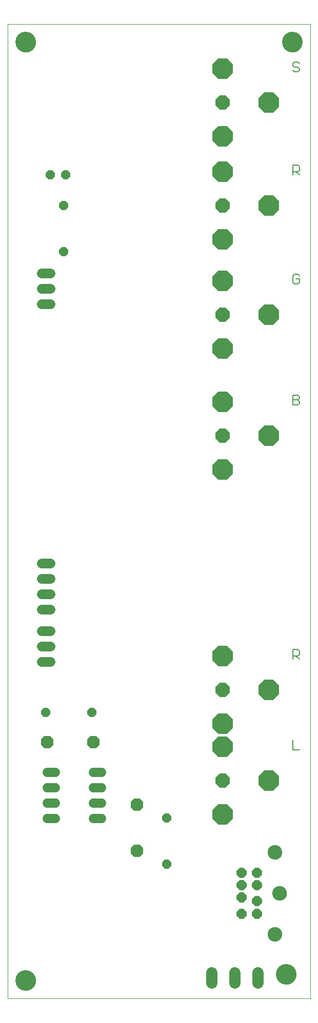
<source format=gbs>
G75*
%MOIN*%
%OFA0B0*%
%FSLAX25Y25*%
%IPPOS*%
%LPD*%
%AMOC8*
5,1,8,0,0,1.08239X$1,22.5*
%
%ADD10C,0.00000*%
%ADD11C,0.13398*%
%ADD12C,0.00600*%
%ADD13OC8,0.08300*%
%ADD14C,0.06000*%
%ADD15C,0.06400*%
%ADD16OC8,0.06000*%
%ADD17C,0.07400*%
%ADD18OC8,0.06343*%
%ADD19C,0.09461*%
%ADD20OC8,0.09050*%
%ADD21OC8,0.13500*%
D10*
X0001000Y0001000D02*
X0001000Y0634858D01*
X0197850Y0634858D01*
X0197850Y0001000D01*
X0001000Y0001000D01*
X0006512Y0012811D02*
X0006514Y0012969D01*
X0006520Y0013127D01*
X0006530Y0013285D01*
X0006544Y0013443D01*
X0006562Y0013600D01*
X0006583Y0013757D01*
X0006609Y0013913D01*
X0006639Y0014069D01*
X0006672Y0014224D01*
X0006710Y0014377D01*
X0006751Y0014530D01*
X0006796Y0014682D01*
X0006845Y0014833D01*
X0006898Y0014982D01*
X0006954Y0015130D01*
X0007014Y0015276D01*
X0007078Y0015421D01*
X0007146Y0015564D01*
X0007217Y0015706D01*
X0007291Y0015846D01*
X0007369Y0015983D01*
X0007451Y0016119D01*
X0007535Y0016253D01*
X0007624Y0016384D01*
X0007715Y0016513D01*
X0007810Y0016640D01*
X0007907Y0016765D01*
X0008008Y0016887D01*
X0008112Y0017006D01*
X0008219Y0017123D01*
X0008329Y0017237D01*
X0008442Y0017348D01*
X0008557Y0017457D01*
X0008675Y0017562D01*
X0008796Y0017664D01*
X0008919Y0017764D01*
X0009045Y0017860D01*
X0009173Y0017953D01*
X0009303Y0018043D01*
X0009436Y0018129D01*
X0009571Y0018213D01*
X0009707Y0018292D01*
X0009846Y0018369D01*
X0009987Y0018441D01*
X0010129Y0018511D01*
X0010273Y0018576D01*
X0010419Y0018638D01*
X0010566Y0018696D01*
X0010715Y0018751D01*
X0010865Y0018802D01*
X0011016Y0018849D01*
X0011168Y0018892D01*
X0011321Y0018931D01*
X0011476Y0018967D01*
X0011631Y0018998D01*
X0011787Y0019026D01*
X0011943Y0019050D01*
X0012100Y0019070D01*
X0012258Y0019086D01*
X0012415Y0019098D01*
X0012574Y0019106D01*
X0012732Y0019110D01*
X0012890Y0019110D01*
X0013048Y0019106D01*
X0013207Y0019098D01*
X0013364Y0019086D01*
X0013522Y0019070D01*
X0013679Y0019050D01*
X0013835Y0019026D01*
X0013991Y0018998D01*
X0014146Y0018967D01*
X0014301Y0018931D01*
X0014454Y0018892D01*
X0014606Y0018849D01*
X0014757Y0018802D01*
X0014907Y0018751D01*
X0015056Y0018696D01*
X0015203Y0018638D01*
X0015349Y0018576D01*
X0015493Y0018511D01*
X0015635Y0018441D01*
X0015776Y0018369D01*
X0015915Y0018292D01*
X0016051Y0018213D01*
X0016186Y0018129D01*
X0016319Y0018043D01*
X0016449Y0017953D01*
X0016577Y0017860D01*
X0016703Y0017764D01*
X0016826Y0017664D01*
X0016947Y0017562D01*
X0017065Y0017457D01*
X0017180Y0017348D01*
X0017293Y0017237D01*
X0017403Y0017123D01*
X0017510Y0017006D01*
X0017614Y0016887D01*
X0017715Y0016765D01*
X0017812Y0016640D01*
X0017907Y0016513D01*
X0017998Y0016384D01*
X0018087Y0016253D01*
X0018171Y0016119D01*
X0018253Y0015983D01*
X0018331Y0015846D01*
X0018405Y0015706D01*
X0018476Y0015564D01*
X0018544Y0015421D01*
X0018608Y0015276D01*
X0018668Y0015130D01*
X0018724Y0014982D01*
X0018777Y0014833D01*
X0018826Y0014682D01*
X0018871Y0014530D01*
X0018912Y0014377D01*
X0018950Y0014224D01*
X0018983Y0014069D01*
X0019013Y0013913D01*
X0019039Y0013757D01*
X0019060Y0013600D01*
X0019078Y0013443D01*
X0019092Y0013285D01*
X0019102Y0013127D01*
X0019108Y0012969D01*
X0019110Y0012811D01*
X0019108Y0012653D01*
X0019102Y0012495D01*
X0019092Y0012337D01*
X0019078Y0012179D01*
X0019060Y0012022D01*
X0019039Y0011865D01*
X0019013Y0011709D01*
X0018983Y0011553D01*
X0018950Y0011398D01*
X0018912Y0011245D01*
X0018871Y0011092D01*
X0018826Y0010940D01*
X0018777Y0010789D01*
X0018724Y0010640D01*
X0018668Y0010492D01*
X0018608Y0010346D01*
X0018544Y0010201D01*
X0018476Y0010058D01*
X0018405Y0009916D01*
X0018331Y0009776D01*
X0018253Y0009639D01*
X0018171Y0009503D01*
X0018087Y0009369D01*
X0017998Y0009238D01*
X0017907Y0009109D01*
X0017812Y0008982D01*
X0017715Y0008857D01*
X0017614Y0008735D01*
X0017510Y0008616D01*
X0017403Y0008499D01*
X0017293Y0008385D01*
X0017180Y0008274D01*
X0017065Y0008165D01*
X0016947Y0008060D01*
X0016826Y0007958D01*
X0016703Y0007858D01*
X0016577Y0007762D01*
X0016449Y0007669D01*
X0016319Y0007579D01*
X0016186Y0007493D01*
X0016051Y0007409D01*
X0015915Y0007330D01*
X0015776Y0007253D01*
X0015635Y0007181D01*
X0015493Y0007111D01*
X0015349Y0007046D01*
X0015203Y0006984D01*
X0015056Y0006926D01*
X0014907Y0006871D01*
X0014757Y0006820D01*
X0014606Y0006773D01*
X0014454Y0006730D01*
X0014301Y0006691D01*
X0014146Y0006655D01*
X0013991Y0006624D01*
X0013835Y0006596D01*
X0013679Y0006572D01*
X0013522Y0006552D01*
X0013364Y0006536D01*
X0013207Y0006524D01*
X0013048Y0006516D01*
X0012890Y0006512D01*
X0012732Y0006512D01*
X0012574Y0006516D01*
X0012415Y0006524D01*
X0012258Y0006536D01*
X0012100Y0006552D01*
X0011943Y0006572D01*
X0011787Y0006596D01*
X0011631Y0006624D01*
X0011476Y0006655D01*
X0011321Y0006691D01*
X0011168Y0006730D01*
X0011016Y0006773D01*
X0010865Y0006820D01*
X0010715Y0006871D01*
X0010566Y0006926D01*
X0010419Y0006984D01*
X0010273Y0007046D01*
X0010129Y0007111D01*
X0009987Y0007181D01*
X0009846Y0007253D01*
X0009707Y0007330D01*
X0009571Y0007409D01*
X0009436Y0007493D01*
X0009303Y0007579D01*
X0009173Y0007669D01*
X0009045Y0007762D01*
X0008919Y0007858D01*
X0008796Y0007958D01*
X0008675Y0008060D01*
X0008557Y0008165D01*
X0008442Y0008274D01*
X0008329Y0008385D01*
X0008219Y0008499D01*
X0008112Y0008616D01*
X0008008Y0008735D01*
X0007907Y0008857D01*
X0007810Y0008982D01*
X0007715Y0009109D01*
X0007624Y0009238D01*
X0007535Y0009369D01*
X0007451Y0009503D01*
X0007369Y0009639D01*
X0007291Y0009776D01*
X0007217Y0009916D01*
X0007146Y0010058D01*
X0007078Y0010201D01*
X0007014Y0010346D01*
X0006954Y0010492D01*
X0006898Y0010640D01*
X0006845Y0010789D01*
X0006796Y0010940D01*
X0006751Y0011092D01*
X0006710Y0011245D01*
X0006672Y0011398D01*
X0006639Y0011553D01*
X0006609Y0011709D01*
X0006583Y0011865D01*
X0006562Y0012022D01*
X0006544Y0012179D01*
X0006530Y0012337D01*
X0006520Y0012495D01*
X0006514Y0012653D01*
X0006512Y0012811D01*
X0170409Y0042969D02*
X0170411Y0043100D01*
X0170417Y0043232D01*
X0170427Y0043363D01*
X0170441Y0043494D01*
X0170459Y0043624D01*
X0170481Y0043753D01*
X0170506Y0043882D01*
X0170536Y0044010D01*
X0170570Y0044137D01*
X0170607Y0044264D01*
X0170648Y0044388D01*
X0170693Y0044512D01*
X0170742Y0044634D01*
X0170794Y0044755D01*
X0170850Y0044873D01*
X0170910Y0044991D01*
X0170973Y0045106D01*
X0171040Y0045219D01*
X0171110Y0045331D01*
X0171183Y0045440D01*
X0171259Y0045546D01*
X0171339Y0045651D01*
X0171422Y0045753D01*
X0171508Y0045852D01*
X0171597Y0045949D01*
X0171689Y0046043D01*
X0171784Y0046134D01*
X0171881Y0046223D01*
X0171981Y0046308D01*
X0172084Y0046390D01*
X0172189Y0046469D01*
X0172296Y0046545D01*
X0172406Y0046617D01*
X0172518Y0046686D01*
X0172632Y0046752D01*
X0172747Y0046814D01*
X0172865Y0046873D01*
X0172984Y0046928D01*
X0173105Y0046980D01*
X0173228Y0047027D01*
X0173352Y0047071D01*
X0173477Y0047112D01*
X0173603Y0047148D01*
X0173731Y0047181D01*
X0173859Y0047209D01*
X0173988Y0047234D01*
X0174118Y0047255D01*
X0174248Y0047272D01*
X0174379Y0047285D01*
X0174510Y0047294D01*
X0174641Y0047299D01*
X0174773Y0047300D01*
X0174904Y0047297D01*
X0175036Y0047290D01*
X0175167Y0047279D01*
X0175297Y0047264D01*
X0175427Y0047245D01*
X0175557Y0047222D01*
X0175685Y0047196D01*
X0175813Y0047165D01*
X0175940Y0047130D01*
X0176066Y0047092D01*
X0176190Y0047050D01*
X0176314Y0047004D01*
X0176435Y0046954D01*
X0176555Y0046901D01*
X0176674Y0046844D01*
X0176791Y0046784D01*
X0176905Y0046720D01*
X0177018Y0046652D01*
X0177129Y0046581D01*
X0177238Y0046507D01*
X0177344Y0046430D01*
X0177448Y0046349D01*
X0177549Y0046266D01*
X0177648Y0046179D01*
X0177744Y0046089D01*
X0177837Y0045996D01*
X0177928Y0045901D01*
X0178015Y0045803D01*
X0178100Y0045702D01*
X0178181Y0045599D01*
X0178259Y0045493D01*
X0178334Y0045385D01*
X0178406Y0045275D01*
X0178474Y0045163D01*
X0178539Y0045049D01*
X0178600Y0044932D01*
X0178658Y0044814D01*
X0178712Y0044694D01*
X0178763Y0044573D01*
X0178810Y0044450D01*
X0178853Y0044326D01*
X0178892Y0044201D01*
X0178928Y0044074D01*
X0178959Y0043946D01*
X0178987Y0043818D01*
X0179011Y0043689D01*
X0179031Y0043559D01*
X0179047Y0043428D01*
X0179059Y0043297D01*
X0179067Y0043166D01*
X0179071Y0043035D01*
X0179071Y0042903D01*
X0179067Y0042772D01*
X0179059Y0042641D01*
X0179047Y0042510D01*
X0179031Y0042379D01*
X0179011Y0042249D01*
X0178987Y0042120D01*
X0178959Y0041992D01*
X0178928Y0041864D01*
X0178892Y0041737D01*
X0178853Y0041612D01*
X0178810Y0041488D01*
X0178763Y0041365D01*
X0178712Y0041244D01*
X0178658Y0041124D01*
X0178600Y0041006D01*
X0178539Y0040889D01*
X0178474Y0040775D01*
X0178406Y0040663D01*
X0178334Y0040553D01*
X0178259Y0040445D01*
X0178181Y0040339D01*
X0178100Y0040236D01*
X0178015Y0040135D01*
X0177928Y0040037D01*
X0177837Y0039942D01*
X0177744Y0039849D01*
X0177648Y0039759D01*
X0177549Y0039672D01*
X0177448Y0039589D01*
X0177344Y0039508D01*
X0177238Y0039431D01*
X0177129Y0039357D01*
X0177018Y0039286D01*
X0176906Y0039218D01*
X0176791Y0039154D01*
X0176674Y0039094D01*
X0176555Y0039037D01*
X0176435Y0038984D01*
X0176314Y0038934D01*
X0176190Y0038888D01*
X0176066Y0038846D01*
X0175940Y0038808D01*
X0175813Y0038773D01*
X0175685Y0038742D01*
X0175557Y0038716D01*
X0175427Y0038693D01*
X0175297Y0038674D01*
X0175167Y0038659D01*
X0175036Y0038648D01*
X0174904Y0038641D01*
X0174773Y0038638D01*
X0174641Y0038639D01*
X0174510Y0038644D01*
X0174379Y0038653D01*
X0174248Y0038666D01*
X0174118Y0038683D01*
X0173988Y0038704D01*
X0173859Y0038729D01*
X0173731Y0038757D01*
X0173603Y0038790D01*
X0173477Y0038826D01*
X0173352Y0038867D01*
X0173228Y0038911D01*
X0173105Y0038958D01*
X0172984Y0039010D01*
X0172865Y0039065D01*
X0172747Y0039124D01*
X0172632Y0039186D01*
X0172518Y0039252D01*
X0172406Y0039321D01*
X0172296Y0039393D01*
X0172189Y0039469D01*
X0172084Y0039548D01*
X0171981Y0039630D01*
X0171881Y0039715D01*
X0171784Y0039804D01*
X0171689Y0039895D01*
X0171597Y0039989D01*
X0171508Y0040086D01*
X0171422Y0040185D01*
X0171339Y0040287D01*
X0171259Y0040392D01*
X0171183Y0040498D01*
X0171110Y0040607D01*
X0171040Y0040719D01*
X0170973Y0040832D01*
X0170910Y0040947D01*
X0170850Y0041065D01*
X0170794Y0041183D01*
X0170742Y0041304D01*
X0170693Y0041426D01*
X0170648Y0041550D01*
X0170607Y0041674D01*
X0170570Y0041801D01*
X0170536Y0041928D01*
X0170506Y0042056D01*
X0170481Y0042185D01*
X0170459Y0042314D01*
X0170441Y0042444D01*
X0170427Y0042575D01*
X0170417Y0042706D01*
X0170411Y0042838D01*
X0170409Y0042969D01*
X0173559Y0069543D02*
X0173561Y0069674D01*
X0173567Y0069806D01*
X0173577Y0069937D01*
X0173591Y0070068D01*
X0173609Y0070198D01*
X0173631Y0070327D01*
X0173656Y0070456D01*
X0173686Y0070584D01*
X0173720Y0070711D01*
X0173757Y0070838D01*
X0173798Y0070962D01*
X0173843Y0071086D01*
X0173892Y0071208D01*
X0173944Y0071329D01*
X0174000Y0071447D01*
X0174060Y0071565D01*
X0174123Y0071680D01*
X0174190Y0071793D01*
X0174260Y0071905D01*
X0174333Y0072014D01*
X0174409Y0072120D01*
X0174489Y0072225D01*
X0174572Y0072327D01*
X0174658Y0072426D01*
X0174747Y0072523D01*
X0174839Y0072617D01*
X0174934Y0072708D01*
X0175031Y0072797D01*
X0175131Y0072882D01*
X0175234Y0072964D01*
X0175339Y0073043D01*
X0175446Y0073119D01*
X0175556Y0073191D01*
X0175668Y0073260D01*
X0175782Y0073326D01*
X0175897Y0073388D01*
X0176015Y0073447D01*
X0176134Y0073502D01*
X0176255Y0073554D01*
X0176378Y0073601D01*
X0176502Y0073645D01*
X0176627Y0073686D01*
X0176753Y0073722D01*
X0176881Y0073755D01*
X0177009Y0073783D01*
X0177138Y0073808D01*
X0177268Y0073829D01*
X0177398Y0073846D01*
X0177529Y0073859D01*
X0177660Y0073868D01*
X0177791Y0073873D01*
X0177923Y0073874D01*
X0178054Y0073871D01*
X0178186Y0073864D01*
X0178317Y0073853D01*
X0178447Y0073838D01*
X0178577Y0073819D01*
X0178707Y0073796D01*
X0178835Y0073770D01*
X0178963Y0073739D01*
X0179090Y0073704D01*
X0179216Y0073666D01*
X0179340Y0073624D01*
X0179464Y0073578D01*
X0179585Y0073528D01*
X0179705Y0073475D01*
X0179824Y0073418D01*
X0179941Y0073358D01*
X0180055Y0073294D01*
X0180168Y0073226D01*
X0180279Y0073155D01*
X0180388Y0073081D01*
X0180494Y0073004D01*
X0180598Y0072923D01*
X0180699Y0072840D01*
X0180798Y0072753D01*
X0180894Y0072663D01*
X0180987Y0072570D01*
X0181078Y0072475D01*
X0181165Y0072377D01*
X0181250Y0072276D01*
X0181331Y0072173D01*
X0181409Y0072067D01*
X0181484Y0071959D01*
X0181556Y0071849D01*
X0181624Y0071737D01*
X0181689Y0071623D01*
X0181750Y0071506D01*
X0181808Y0071388D01*
X0181862Y0071268D01*
X0181913Y0071147D01*
X0181960Y0071024D01*
X0182003Y0070900D01*
X0182042Y0070775D01*
X0182078Y0070648D01*
X0182109Y0070520D01*
X0182137Y0070392D01*
X0182161Y0070263D01*
X0182181Y0070133D01*
X0182197Y0070002D01*
X0182209Y0069871D01*
X0182217Y0069740D01*
X0182221Y0069609D01*
X0182221Y0069477D01*
X0182217Y0069346D01*
X0182209Y0069215D01*
X0182197Y0069084D01*
X0182181Y0068953D01*
X0182161Y0068823D01*
X0182137Y0068694D01*
X0182109Y0068566D01*
X0182078Y0068438D01*
X0182042Y0068311D01*
X0182003Y0068186D01*
X0181960Y0068062D01*
X0181913Y0067939D01*
X0181862Y0067818D01*
X0181808Y0067698D01*
X0181750Y0067580D01*
X0181689Y0067463D01*
X0181624Y0067349D01*
X0181556Y0067237D01*
X0181484Y0067127D01*
X0181409Y0067019D01*
X0181331Y0066913D01*
X0181250Y0066810D01*
X0181165Y0066709D01*
X0181078Y0066611D01*
X0180987Y0066516D01*
X0180894Y0066423D01*
X0180798Y0066333D01*
X0180699Y0066246D01*
X0180598Y0066163D01*
X0180494Y0066082D01*
X0180388Y0066005D01*
X0180279Y0065931D01*
X0180168Y0065860D01*
X0180056Y0065792D01*
X0179941Y0065728D01*
X0179824Y0065668D01*
X0179705Y0065611D01*
X0179585Y0065558D01*
X0179464Y0065508D01*
X0179340Y0065462D01*
X0179216Y0065420D01*
X0179090Y0065382D01*
X0178963Y0065347D01*
X0178835Y0065316D01*
X0178707Y0065290D01*
X0178577Y0065267D01*
X0178447Y0065248D01*
X0178317Y0065233D01*
X0178186Y0065222D01*
X0178054Y0065215D01*
X0177923Y0065212D01*
X0177791Y0065213D01*
X0177660Y0065218D01*
X0177529Y0065227D01*
X0177398Y0065240D01*
X0177268Y0065257D01*
X0177138Y0065278D01*
X0177009Y0065303D01*
X0176881Y0065331D01*
X0176753Y0065364D01*
X0176627Y0065400D01*
X0176502Y0065441D01*
X0176378Y0065485D01*
X0176255Y0065532D01*
X0176134Y0065584D01*
X0176015Y0065639D01*
X0175897Y0065698D01*
X0175782Y0065760D01*
X0175668Y0065826D01*
X0175556Y0065895D01*
X0175446Y0065967D01*
X0175339Y0066043D01*
X0175234Y0066122D01*
X0175131Y0066204D01*
X0175031Y0066289D01*
X0174934Y0066378D01*
X0174839Y0066469D01*
X0174747Y0066563D01*
X0174658Y0066660D01*
X0174572Y0066759D01*
X0174489Y0066861D01*
X0174409Y0066966D01*
X0174333Y0067072D01*
X0174260Y0067181D01*
X0174190Y0067293D01*
X0174123Y0067406D01*
X0174060Y0067521D01*
X0174000Y0067639D01*
X0173944Y0067757D01*
X0173892Y0067878D01*
X0173843Y0068000D01*
X0173798Y0068124D01*
X0173757Y0068248D01*
X0173720Y0068375D01*
X0173686Y0068502D01*
X0173656Y0068630D01*
X0173631Y0068759D01*
X0173609Y0068888D01*
X0173591Y0069018D01*
X0173577Y0069149D01*
X0173567Y0069280D01*
X0173561Y0069412D01*
X0173559Y0069543D01*
X0170409Y0096118D02*
X0170411Y0096249D01*
X0170417Y0096381D01*
X0170427Y0096512D01*
X0170441Y0096643D01*
X0170459Y0096773D01*
X0170481Y0096902D01*
X0170506Y0097031D01*
X0170536Y0097159D01*
X0170570Y0097286D01*
X0170607Y0097413D01*
X0170648Y0097537D01*
X0170693Y0097661D01*
X0170742Y0097783D01*
X0170794Y0097904D01*
X0170850Y0098022D01*
X0170910Y0098140D01*
X0170973Y0098255D01*
X0171040Y0098368D01*
X0171110Y0098480D01*
X0171183Y0098589D01*
X0171259Y0098695D01*
X0171339Y0098800D01*
X0171422Y0098902D01*
X0171508Y0099001D01*
X0171597Y0099098D01*
X0171689Y0099192D01*
X0171784Y0099283D01*
X0171881Y0099372D01*
X0171981Y0099457D01*
X0172084Y0099539D01*
X0172189Y0099618D01*
X0172296Y0099694D01*
X0172406Y0099766D01*
X0172518Y0099835D01*
X0172632Y0099901D01*
X0172747Y0099963D01*
X0172865Y0100022D01*
X0172984Y0100077D01*
X0173105Y0100129D01*
X0173228Y0100176D01*
X0173352Y0100220D01*
X0173477Y0100261D01*
X0173603Y0100297D01*
X0173731Y0100330D01*
X0173859Y0100358D01*
X0173988Y0100383D01*
X0174118Y0100404D01*
X0174248Y0100421D01*
X0174379Y0100434D01*
X0174510Y0100443D01*
X0174641Y0100448D01*
X0174773Y0100449D01*
X0174904Y0100446D01*
X0175036Y0100439D01*
X0175167Y0100428D01*
X0175297Y0100413D01*
X0175427Y0100394D01*
X0175557Y0100371D01*
X0175685Y0100345D01*
X0175813Y0100314D01*
X0175940Y0100279D01*
X0176066Y0100241D01*
X0176190Y0100199D01*
X0176314Y0100153D01*
X0176435Y0100103D01*
X0176555Y0100050D01*
X0176674Y0099993D01*
X0176791Y0099933D01*
X0176905Y0099869D01*
X0177018Y0099801D01*
X0177129Y0099730D01*
X0177238Y0099656D01*
X0177344Y0099579D01*
X0177448Y0099498D01*
X0177549Y0099415D01*
X0177648Y0099328D01*
X0177744Y0099238D01*
X0177837Y0099145D01*
X0177928Y0099050D01*
X0178015Y0098952D01*
X0178100Y0098851D01*
X0178181Y0098748D01*
X0178259Y0098642D01*
X0178334Y0098534D01*
X0178406Y0098424D01*
X0178474Y0098312D01*
X0178539Y0098198D01*
X0178600Y0098081D01*
X0178658Y0097963D01*
X0178712Y0097843D01*
X0178763Y0097722D01*
X0178810Y0097599D01*
X0178853Y0097475D01*
X0178892Y0097350D01*
X0178928Y0097223D01*
X0178959Y0097095D01*
X0178987Y0096967D01*
X0179011Y0096838D01*
X0179031Y0096708D01*
X0179047Y0096577D01*
X0179059Y0096446D01*
X0179067Y0096315D01*
X0179071Y0096184D01*
X0179071Y0096052D01*
X0179067Y0095921D01*
X0179059Y0095790D01*
X0179047Y0095659D01*
X0179031Y0095528D01*
X0179011Y0095398D01*
X0178987Y0095269D01*
X0178959Y0095141D01*
X0178928Y0095013D01*
X0178892Y0094886D01*
X0178853Y0094761D01*
X0178810Y0094637D01*
X0178763Y0094514D01*
X0178712Y0094393D01*
X0178658Y0094273D01*
X0178600Y0094155D01*
X0178539Y0094038D01*
X0178474Y0093924D01*
X0178406Y0093812D01*
X0178334Y0093702D01*
X0178259Y0093594D01*
X0178181Y0093488D01*
X0178100Y0093385D01*
X0178015Y0093284D01*
X0177928Y0093186D01*
X0177837Y0093091D01*
X0177744Y0092998D01*
X0177648Y0092908D01*
X0177549Y0092821D01*
X0177448Y0092738D01*
X0177344Y0092657D01*
X0177238Y0092580D01*
X0177129Y0092506D01*
X0177018Y0092435D01*
X0176906Y0092367D01*
X0176791Y0092303D01*
X0176674Y0092243D01*
X0176555Y0092186D01*
X0176435Y0092133D01*
X0176314Y0092083D01*
X0176190Y0092037D01*
X0176066Y0091995D01*
X0175940Y0091957D01*
X0175813Y0091922D01*
X0175685Y0091891D01*
X0175557Y0091865D01*
X0175427Y0091842D01*
X0175297Y0091823D01*
X0175167Y0091808D01*
X0175036Y0091797D01*
X0174904Y0091790D01*
X0174773Y0091787D01*
X0174641Y0091788D01*
X0174510Y0091793D01*
X0174379Y0091802D01*
X0174248Y0091815D01*
X0174118Y0091832D01*
X0173988Y0091853D01*
X0173859Y0091878D01*
X0173731Y0091906D01*
X0173603Y0091939D01*
X0173477Y0091975D01*
X0173352Y0092016D01*
X0173228Y0092060D01*
X0173105Y0092107D01*
X0172984Y0092159D01*
X0172865Y0092214D01*
X0172747Y0092273D01*
X0172632Y0092335D01*
X0172518Y0092401D01*
X0172406Y0092470D01*
X0172296Y0092542D01*
X0172189Y0092618D01*
X0172084Y0092697D01*
X0171981Y0092779D01*
X0171881Y0092864D01*
X0171784Y0092953D01*
X0171689Y0093044D01*
X0171597Y0093138D01*
X0171508Y0093235D01*
X0171422Y0093334D01*
X0171339Y0093436D01*
X0171259Y0093541D01*
X0171183Y0093647D01*
X0171110Y0093756D01*
X0171040Y0093868D01*
X0170973Y0093981D01*
X0170910Y0094096D01*
X0170850Y0094214D01*
X0170794Y0094332D01*
X0170742Y0094453D01*
X0170693Y0094575D01*
X0170648Y0094699D01*
X0170607Y0094823D01*
X0170570Y0094950D01*
X0170536Y0095077D01*
X0170506Y0095205D01*
X0170481Y0095334D01*
X0170459Y0095463D01*
X0170441Y0095593D01*
X0170427Y0095724D01*
X0170417Y0095855D01*
X0170411Y0095987D01*
X0170409Y0096118D01*
X0175803Y0016748D02*
X0175805Y0016906D01*
X0175811Y0017064D01*
X0175821Y0017222D01*
X0175835Y0017380D01*
X0175853Y0017537D01*
X0175874Y0017694D01*
X0175900Y0017850D01*
X0175930Y0018006D01*
X0175963Y0018161D01*
X0176001Y0018314D01*
X0176042Y0018467D01*
X0176087Y0018619D01*
X0176136Y0018770D01*
X0176189Y0018919D01*
X0176245Y0019067D01*
X0176305Y0019213D01*
X0176369Y0019358D01*
X0176437Y0019501D01*
X0176508Y0019643D01*
X0176582Y0019783D01*
X0176660Y0019920D01*
X0176742Y0020056D01*
X0176826Y0020190D01*
X0176915Y0020321D01*
X0177006Y0020450D01*
X0177101Y0020577D01*
X0177198Y0020702D01*
X0177299Y0020824D01*
X0177403Y0020943D01*
X0177510Y0021060D01*
X0177620Y0021174D01*
X0177733Y0021285D01*
X0177848Y0021394D01*
X0177966Y0021499D01*
X0178087Y0021601D01*
X0178210Y0021701D01*
X0178336Y0021797D01*
X0178464Y0021890D01*
X0178594Y0021980D01*
X0178727Y0022066D01*
X0178862Y0022150D01*
X0178998Y0022229D01*
X0179137Y0022306D01*
X0179278Y0022378D01*
X0179420Y0022448D01*
X0179564Y0022513D01*
X0179710Y0022575D01*
X0179857Y0022633D01*
X0180006Y0022688D01*
X0180156Y0022739D01*
X0180307Y0022786D01*
X0180459Y0022829D01*
X0180612Y0022868D01*
X0180767Y0022904D01*
X0180922Y0022935D01*
X0181078Y0022963D01*
X0181234Y0022987D01*
X0181391Y0023007D01*
X0181549Y0023023D01*
X0181706Y0023035D01*
X0181865Y0023043D01*
X0182023Y0023047D01*
X0182181Y0023047D01*
X0182339Y0023043D01*
X0182498Y0023035D01*
X0182655Y0023023D01*
X0182813Y0023007D01*
X0182970Y0022987D01*
X0183126Y0022963D01*
X0183282Y0022935D01*
X0183437Y0022904D01*
X0183592Y0022868D01*
X0183745Y0022829D01*
X0183897Y0022786D01*
X0184048Y0022739D01*
X0184198Y0022688D01*
X0184347Y0022633D01*
X0184494Y0022575D01*
X0184640Y0022513D01*
X0184784Y0022448D01*
X0184926Y0022378D01*
X0185067Y0022306D01*
X0185206Y0022229D01*
X0185342Y0022150D01*
X0185477Y0022066D01*
X0185610Y0021980D01*
X0185740Y0021890D01*
X0185868Y0021797D01*
X0185994Y0021701D01*
X0186117Y0021601D01*
X0186238Y0021499D01*
X0186356Y0021394D01*
X0186471Y0021285D01*
X0186584Y0021174D01*
X0186694Y0021060D01*
X0186801Y0020943D01*
X0186905Y0020824D01*
X0187006Y0020702D01*
X0187103Y0020577D01*
X0187198Y0020450D01*
X0187289Y0020321D01*
X0187378Y0020190D01*
X0187462Y0020056D01*
X0187544Y0019920D01*
X0187622Y0019783D01*
X0187696Y0019643D01*
X0187767Y0019501D01*
X0187835Y0019358D01*
X0187899Y0019213D01*
X0187959Y0019067D01*
X0188015Y0018919D01*
X0188068Y0018770D01*
X0188117Y0018619D01*
X0188162Y0018467D01*
X0188203Y0018314D01*
X0188241Y0018161D01*
X0188274Y0018006D01*
X0188304Y0017850D01*
X0188330Y0017694D01*
X0188351Y0017537D01*
X0188369Y0017380D01*
X0188383Y0017222D01*
X0188393Y0017064D01*
X0188399Y0016906D01*
X0188401Y0016748D01*
X0188399Y0016590D01*
X0188393Y0016432D01*
X0188383Y0016274D01*
X0188369Y0016116D01*
X0188351Y0015959D01*
X0188330Y0015802D01*
X0188304Y0015646D01*
X0188274Y0015490D01*
X0188241Y0015335D01*
X0188203Y0015182D01*
X0188162Y0015029D01*
X0188117Y0014877D01*
X0188068Y0014726D01*
X0188015Y0014577D01*
X0187959Y0014429D01*
X0187899Y0014283D01*
X0187835Y0014138D01*
X0187767Y0013995D01*
X0187696Y0013853D01*
X0187622Y0013713D01*
X0187544Y0013576D01*
X0187462Y0013440D01*
X0187378Y0013306D01*
X0187289Y0013175D01*
X0187198Y0013046D01*
X0187103Y0012919D01*
X0187006Y0012794D01*
X0186905Y0012672D01*
X0186801Y0012553D01*
X0186694Y0012436D01*
X0186584Y0012322D01*
X0186471Y0012211D01*
X0186356Y0012102D01*
X0186238Y0011997D01*
X0186117Y0011895D01*
X0185994Y0011795D01*
X0185868Y0011699D01*
X0185740Y0011606D01*
X0185610Y0011516D01*
X0185477Y0011430D01*
X0185342Y0011346D01*
X0185206Y0011267D01*
X0185067Y0011190D01*
X0184926Y0011118D01*
X0184784Y0011048D01*
X0184640Y0010983D01*
X0184494Y0010921D01*
X0184347Y0010863D01*
X0184198Y0010808D01*
X0184048Y0010757D01*
X0183897Y0010710D01*
X0183745Y0010667D01*
X0183592Y0010628D01*
X0183437Y0010592D01*
X0183282Y0010561D01*
X0183126Y0010533D01*
X0182970Y0010509D01*
X0182813Y0010489D01*
X0182655Y0010473D01*
X0182498Y0010461D01*
X0182339Y0010453D01*
X0182181Y0010449D01*
X0182023Y0010449D01*
X0181865Y0010453D01*
X0181706Y0010461D01*
X0181549Y0010473D01*
X0181391Y0010489D01*
X0181234Y0010509D01*
X0181078Y0010533D01*
X0180922Y0010561D01*
X0180767Y0010592D01*
X0180612Y0010628D01*
X0180459Y0010667D01*
X0180307Y0010710D01*
X0180156Y0010757D01*
X0180006Y0010808D01*
X0179857Y0010863D01*
X0179710Y0010921D01*
X0179564Y0010983D01*
X0179420Y0011048D01*
X0179278Y0011118D01*
X0179137Y0011190D01*
X0178998Y0011267D01*
X0178862Y0011346D01*
X0178727Y0011430D01*
X0178594Y0011516D01*
X0178464Y0011606D01*
X0178336Y0011699D01*
X0178210Y0011795D01*
X0178087Y0011895D01*
X0177966Y0011997D01*
X0177848Y0012102D01*
X0177733Y0012211D01*
X0177620Y0012322D01*
X0177510Y0012436D01*
X0177403Y0012553D01*
X0177299Y0012672D01*
X0177198Y0012794D01*
X0177101Y0012919D01*
X0177006Y0013046D01*
X0176915Y0013175D01*
X0176826Y0013306D01*
X0176742Y0013440D01*
X0176660Y0013576D01*
X0176582Y0013713D01*
X0176508Y0013853D01*
X0176437Y0013995D01*
X0176369Y0014138D01*
X0176305Y0014283D01*
X0176245Y0014429D01*
X0176189Y0014577D01*
X0176136Y0014726D01*
X0176087Y0014877D01*
X0176042Y0015029D01*
X0176001Y0015182D01*
X0175963Y0015335D01*
X0175930Y0015490D01*
X0175900Y0015646D01*
X0175874Y0015802D01*
X0175853Y0015959D01*
X0175835Y0016116D01*
X0175821Y0016274D01*
X0175811Y0016432D01*
X0175805Y0016590D01*
X0175803Y0016748D01*
X0179740Y0623047D02*
X0179742Y0623205D01*
X0179748Y0623363D01*
X0179758Y0623521D01*
X0179772Y0623679D01*
X0179790Y0623836D01*
X0179811Y0623993D01*
X0179837Y0624149D01*
X0179867Y0624305D01*
X0179900Y0624460D01*
X0179938Y0624613D01*
X0179979Y0624766D01*
X0180024Y0624918D01*
X0180073Y0625069D01*
X0180126Y0625218D01*
X0180182Y0625366D01*
X0180242Y0625512D01*
X0180306Y0625657D01*
X0180374Y0625800D01*
X0180445Y0625942D01*
X0180519Y0626082D01*
X0180597Y0626219D01*
X0180679Y0626355D01*
X0180763Y0626489D01*
X0180852Y0626620D01*
X0180943Y0626749D01*
X0181038Y0626876D01*
X0181135Y0627001D01*
X0181236Y0627123D01*
X0181340Y0627242D01*
X0181447Y0627359D01*
X0181557Y0627473D01*
X0181670Y0627584D01*
X0181785Y0627693D01*
X0181903Y0627798D01*
X0182024Y0627900D01*
X0182147Y0628000D01*
X0182273Y0628096D01*
X0182401Y0628189D01*
X0182531Y0628279D01*
X0182664Y0628365D01*
X0182799Y0628449D01*
X0182935Y0628528D01*
X0183074Y0628605D01*
X0183215Y0628677D01*
X0183357Y0628747D01*
X0183501Y0628812D01*
X0183647Y0628874D01*
X0183794Y0628932D01*
X0183943Y0628987D01*
X0184093Y0629038D01*
X0184244Y0629085D01*
X0184396Y0629128D01*
X0184549Y0629167D01*
X0184704Y0629203D01*
X0184859Y0629234D01*
X0185015Y0629262D01*
X0185171Y0629286D01*
X0185328Y0629306D01*
X0185486Y0629322D01*
X0185643Y0629334D01*
X0185802Y0629342D01*
X0185960Y0629346D01*
X0186118Y0629346D01*
X0186276Y0629342D01*
X0186435Y0629334D01*
X0186592Y0629322D01*
X0186750Y0629306D01*
X0186907Y0629286D01*
X0187063Y0629262D01*
X0187219Y0629234D01*
X0187374Y0629203D01*
X0187529Y0629167D01*
X0187682Y0629128D01*
X0187834Y0629085D01*
X0187985Y0629038D01*
X0188135Y0628987D01*
X0188284Y0628932D01*
X0188431Y0628874D01*
X0188577Y0628812D01*
X0188721Y0628747D01*
X0188863Y0628677D01*
X0189004Y0628605D01*
X0189143Y0628528D01*
X0189279Y0628449D01*
X0189414Y0628365D01*
X0189547Y0628279D01*
X0189677Y0628189D01*
X0189805Y0628096D01*
X0189931Y0628000D01*
X0190054Y0627900D01*
X0190175Y0627798D01*
X0190293Y0627693D01*
X0190408Y0627584D01*
X0190521Y0627473D01*
X0190631Y0627359D01*
X0190738Y0627242D01*
X0190842Y0627123D01*
X0190943Y0627001D01*
X0191040Y0626876D01*
X0191135Y0626749D01*
X0191226Y0626620D01*
X0191315Y0626489D01*
X0191399Y0626355D01*
X0191481Y0626219D01*
X0191559Y0626082D01*
X0191633Y0625942D01*
X0191704Y0625800D01*
X0191772Y0625657D01*
X0191836Y0625512D01*
X0191896Y0625366D01*
X0191952Y0625218D01*
X0192005Y0625069D01*
X0192054Y0624918D01*
X0192099Y0624766D01*
X0192140Y0624613D01*
X0192178Y0624460D01*
X0192211Y0624305D01*
X0192241Y0624149D01*
X0192267Y0623993D01*
X0192288Y0623836D01*
X0192306Y0623679D01*
X0192320Y0623521D01*
X0192330Y0623363D01*
X0192336Y0623205D01*
X0192338Y0623047D01*
X0192336Y0622889D01*
X0192330Y0622731D01*
X0192320Y0622573D01*
X0192306Y0622415D01*
X0192288Y0622258D01*
X0192267Y0622101D01*
X0192241Y0621945D01*
X0192211Y0621789D01*
X0192178Y0621634D01*
X0192140Y0621481D01*
X0192099Y0621328D01*
X0192054Y0621176D01*
X0192005Y0621025D01*
X0191952Y0620876D01*
X0191896Y0620728D01*
X0191836Y0620582D01*
X0191772Y0620437D01*
X0191704Y0620294D01*
X0191633Y0620152D01*
X0191559Y0620012D01*
X0191481Y0619875D01*
X0191399Y0619739D01*
X0191315Y0619605D01*
X0191226Y0619474D01*
X0191135Y0619345D01*
X0191040Y0619218D01*
X0190943Y0619093D01*
X0190842Y0618971D01*
X0190738Y0618852D01*
X0190631Y0618735D01*
X0190521Y0618621D01*
X0190408Y0618510D01*
X0190293Y0618401D01*
X0190175Y0618296D01*
X0190054Y0618194D01*
X0189931Y0618094D01*
X0189805Y0617998D01*
X0189677Y0617905D01*
X0189547Y0617815D01*
X0189414Y0617729D01*
X0189279Y0617645D01*
X0189143Y0617566D01*
X0189004Y0617489D01*
X0188863Y0617417D01*
X0188721Y0617347D01*
X0188577Y0617282D01*
X0188431Y0617220D01*
X0188284Y0617162D01*
X0188135Y0617107D01*
X0187985Y0617056D01*
X0187834Y0617009D01*
X0187682Y0616966D01*
X0187529Y0616927D01*
X0187374Y0616891D01*
X0187219Y0616860D01*
X0187063Y0616832D01*
X0186907Y0616808D01*
X0186750Y0616788D01*
X0186592Y0616772D01*
X0186435Y0616760D01*
X0186276Y0616752D01*
X0186118Y0616748D01*
X0185960Y0616748D01*
X0185802Y0616752D01*
X0185643Y0616760D01*
X0185486Y0616772D01*
X0185328Y0616788D01*
X0185171Y0616808D01*
X0185015Y0616832D01*
X0184859Y0616860D01*
X0184704Y0616891D01*
X0184549Y0616927D01*
X0184396Y0616966D01*
X0184244Y0617009D01*
X0184093Y0617056D01*
X0183943Y0617107D01*
X0183794Y0617162D01*
X0183647Y0617220D01*
X0183501Y0617282D01*
X0183357Y0617347D01*
X0183215Y0617417D01*
X0183074Y0617489D01*
X0182935Y0617566D01*
X0182799Y0617645D01*
X0182664Y0617729D01*
X0182531Y0617815D01*
X0182401Y0617905D01*
X0182273Y0617998D01*
X0182147Y0618094D01*
X0182024Y0618194D01*
X0181903Y0618296D01*
X0181785Y0618401D01*
X0181670Y0618510D01*
X0181557Y0618621D01*
X0181447Y0618735D01*
X0181340Y0618852D01*
X0181236Y0618971D01*
X0181135Y0619093D01*
X0181038Y0619218D01*
X0180943Y0619345D01*
X0180852Y0619474D01*
X0180763Y0619605D01*
X0180679Y0619739D01*
X0180597Y0619875D01*
X0180519Y0620012D01*
X0180445Y0620152D01*
X0180374Y0620294D01*
X0180306Y0620437D01*
X0180242Y0620582D01*
X0180182Y0620728D01*
X0180126Y0620876D01*
X0180073Y0621025D01*
X0180024Y0621176D01*
X0179979Y0621328D01*
X0179938Y0621481D01*
X0179900Y0621634D01*
X0179867Y0621789D01*
X0179837Y0621945D01*
X0179811Y0622101D01*
X0179790Y0622258D01*
X0179772Y0622415D01*
X0179758Y0622573D01*
X0179748Y0622731D01*
X0179742Y0622889D01*
X0179740Y0623047D01*
X0006512Y0623047D02*
X0006514Y0623205D01*
X0006520Y0623363D01*
X0006530Y0623521D01*
X0006544Y0623679D01*
X0006562Y0623836D01*
X0006583Y0623993D01*
X0006609Y0624149D01*
X0006639Y0624305D01*
X0006672Y0624460D01*
X0006710Y0624613D01*
X0006751Y0624766D01*
X0006796Y0624918D01*
X0006845Y0625069D01*
X0006898Y0625218D01*
X0006954Y0625366D01*
X0007014Y0625512D01*
X0007078Y0625657D01*
X0007146Y0625800D01*
X0007217Y0625942D01*
X0007291Y0626082D01*
X0007369Y0626219D01*
X0007451Y0626355D01*
X0007535Y0626489D01*
X0007624Y0626620D01*
X0007715Y0626749D01*
X0007810Y0626876D01*
X0007907Y0627001D01*
X0008008Y0627123D01*
X0008112Y0627242D01*
X0008219Y0627359D01*
X0008329Y0627473D01*
X0008442Y0627584D01*
X0008557Y0627693D01*
X0008675Y0627798D01*
X0008796Y0627900D01*
X0008919Y0628000D01*
X0009045Y0628096D01*
X0009173Y0628189D01*
X0009303Y0628279D01*
X0009436Y0628365D01*
X0009571Y0628449D01*
X0009707Y0628528D01*
X0009846Y0628605D01*
X0009987Y0628677D01*
X0010129Y0628747D01*
X0010273Y0628812D01*
X0010419Y0628874D01*
X0010566Y0628932D01*
X0010715Y0628987D01*
X0010865Y0629038D01*
X0011016Y0629085D01*
X0011168Y0629128D01*
X0011321Y0629167D01*
X0011476Y0629203D01*
X0011631Y0629234D01*
X0011787Y0629262D01*
X0011943Y0629286D01*
X0012100Y0629306D01*
X0012258Y0629322D01*
X0012415Y0629334D01*
X0012574Y0629342D01*
X0012732Y0629346D01*
X0012890Y0629346D01*
X0013048Y0629342D01*
X0013207Y0629334D01*
X0013364Y0629322D01*
X0013522Y0629306D01*
X0013679Y0629286D01*
X0013835Y0629262D01*
X0013991Y0629234D01*
X0014146Y0629203D01*
X0014301Y0629167D01*
X0014454Y0629128D01*
X0014606Y0629085D01*
X0014757Y0629038D01*
X0014907Y0628987D01*
X0015056Y0628932D01*
X0015203Y0628874D01*
X0015349Y0628812D01*
X0015493Y0628747D01*
X0015635Y0628677D01*
X0015776Y0628605D01*
X0015915Y0628528D01*
X0016051Y0628449D01*
X0016186Y0628365D01*
X0016319Y0628279D01*
X0016449Y0628189D01*
X0016577Y0628096D01*
X0016703Y0628000D01*
X0016826Y0627900D01*
X0016947Y0627798D01*
X0017065Y0627693D01*
X0017180Y0627584D01*
X0017293Y0627473D01*
X0017403Y0627359D01*
X0017510Y0627242D01*
X0017614Y0627123D01*
X0017715Y0627001D01*
X0017812Y0626876D01*
X0017907Y0626749D01*
X0017998Y0626620D01*
X0018087Y0626489D01*
X0018171Y0626355D01*
X0018253Y0626219D01*
X0018331Y0626082D01*
X0018405Y0625942D01*
X0018476Y0625800D01*
X0018544Y0625657D01*
X0018608Y0625512D01*
X0018668Y0625366D01*
X0018724Y0625218D01*
X0018777Y0625069D01*
X0018826Y0624918D01*
X0018871Y0624766D01*
X0018912Y0624613D01*
X0018950Y0624460D01*
X0018983Y0624305D01*
X0019013Y0624149D01*
X0019039Y0623993D01*
X0019060Y0623836D01*
X0019078Y0623679D01*
X0019092Y0623521D01*
X0019102Y0623363D01*
X0019108Y0623205D01*
X0019110Y0623047D01*
X0019108Y0622889D01*
X0019102Y0622731D01*
X0019092Y0622573D01*
X0019078Y0622415D01*
X0019060Y0622258D01*
X0019039Y0622101D01*
X0019013Y0621945D01*
X0018983Y0621789D01*
X0018950Y0621634D01*
X0018912Y0621481D01*
X0018871Y0621328D01*
X0018826Y0621176D01*
X0018777Y0621025D01*
X0018724Y0620876D01*
X0018668Y0620728D01*
X0018608Y0620582D01*
X0018544Y0620437D01*
X0018476Y0620294D01*
X0018405Y0620152D01*
X0018331Y0620012D01*
X0018253Y0619875D01*
X0018171Y0619739D01*
X0018087Y0619605D01*
X0017998Y0619474D01*
X0017907Y0619345D01*
X0017812Y0619218D01*
X0017715Y0619093D01*
X0017614Y0618971D01*
X0017510Y0618852D01*
X0017403Y0618735D01*
X0017293Y0618621D01*
X0017180Y0618510D01*
X0017065Y0618401D01*
X0016947Y0618296D01*
X0016826Y0618194D01*
X0016703Y0618094D01*
X0016577Y0617998D01*
X0016449Y0617905D01*
X0016319Y0617815D01*
X0016186Y0617729D01*
X0016051Y0617645D01*
X0015915Y0617566D01*
X0015776Y0617489D01*
X0015635Y0617417D01*
X0015493Y0617347D01*
X0015349Y0617282D01*
X0015203Y0617220D01*
X0015056Y0617162D01*
X0014907Y0617107D01*
X0014757Y0617056D01*
X0014606Y0617009D01*
X0014454Y0616966D01*
X0014301Y0616927D01*
X0014146Y0616891D01*
X0013991Y0616860D01*
X0013835Y0616832D01*
X0013679Y0616808D01*
X0013522Y0616788D01*
X0013364Y0616772D01*
X0013207Y0616760D01*
X0013048Y0616752D01*
X0012890Y0616748D01*
X0012732Y0616748D01*
X0012574Y0616752D01*
X0012415Y0616760D01*
X0012258Y0616772D01*
X0012100Y0616788D01*
X0011943Y0616808D01*
X0011787Y0616832D01*
X0011631Y0616860D01*
X0011476Y0616891D01*
X0011321Y0616927D01*
X0011168Y0616966D01*
X0011016Y0617009D01*
X0010865Y0617056D01*
X0010715Y0617107D01*
X0010566Y0617162D01*
X0010419Y0617220D01*
X0010273Y0617282D01*
X0010129Y0617347D01*
X0009987Y0617417D01*
X0009846Y0617489D01*
X0009707Y0617566D01*
X0009571Y0617645D01*
X0009436Y0617729D01*
X0009303Y0617815D01*
X0009173Y0617905D01*
X0009045Y0617998D01*
X0008919Y0618094D01*
X0008796Y0618194D01*
X0008675Y0618296D01*
X0008557Y0618401D01*
X0008442Y0618510D01*
X0008329Y0618621D01*
X0008219Y0618735D01*
X0008112Y0618852D01*
X0008008Y0618971D01*
X0007907Y0619093D01*
X0007810Y0619218D01*
X0007715Y0619345D01*
X0007624Y0619474D01*
X0007535Y0619605D01*
X0007451Y0619739D01*
X0007369Y0619875D01*
X0007291Y0620012D01*
X0007217Y0620152D01*
X0007146Y0620294D01*
X0007078Y0620437D01*
X0007014Y0620582D01*
X0006954Y0620728D01*
X0006898Y0620876D01*
X0006845Y0621025D01*
X0006796Y0621176D01*
X0006751Y0621328D01*
X0006710Y0621481D01*
X0006672Y0621634D01*
X0006639Y0621789D01*
X0006609Y0621945D01*
X0006583Y0622101D01*
X0006562Y0622258D01*
X0006544Y0622415D01*
X0006530Y0622573D01*
X0006520Y0622731D01*
X0006514Y0622889D01*
X0006512Y0623047D01*
D11*
X0012811Y0623047D03*
X0186039Y0623047D03*
X0182102Y0016748D03*
X0012811Y0012811D03*
D12*
X0186339Y0162717D02*
X0190610Y0162717D01*
X0186339Y0162717D02*
X0186339Y0169123D01*
X0186339Y0221772D02*
X0186339Y0228178D01*
X0189542Y0228178D01*
X0190610Y0227110D01*
X0190610Y0224975D01*
X0189542Y0223908D01*
X0186339Y0223908D01*
X0188475Y0223908D02*
X0190610Y0221772D01*
X0189542Y0387127D02*
X0186339Y0387127D01*
X0186339Y0393532D01*
X0189542Y0393532D01*
X0190610Y0392465D01*
X0190610Y0391397D01*
X0189542Y0390330D01*
X0186339Y0390330D01*
X0189542Y0390330D02*
X0190610Y0389262D01*
X0190610Y0388194D01*
X0189542Y0387127D01*
X0189542Y0465867D02*
X0187407Y0465867D01*
X0186339Y0466934D01*
X0186339Y0471205D01*
X0187407Y0472272D01*
X0189542Y0472272D01*
X0190610Y0471205D01*
X0190610Y0469070D02*
X0188475Y0469070D01*
X0190610Y0469070D02*
X0190610Y0466934D01*
X0189542Y0465867D01*
X0190610Y0536733D02*
X0188475Y0538868D01*
X0189542Y0538868D02*
X0186339Y0538868D01*
X0186339Y0536733D02*
X0186339Y0543139D01*
X0189542Y0543139D01*
X0190610Y0542071D01*
X0190610Y0539936D01*
X0189542Y0538868D01*
X0189542Y0603662D02*
X0187407Y0603662D01*
X0186339Y0604730D01*
X0187407Y0606865D02*
X0189542Y0606865D01*
X0190610Y0605797D01*
X0190610Y0604730D01*
X0189542Y0603662D01*
X0187407Y0606865D02*
X0186339Y0607933D01*
X0186339Y0609000D01*
X0187407Y0610068D01*
X0189542Y0610068D01*
X0190610Y0609000D01*
D13*
X0056591Y0167890D03*
X0085213Y0127260D03*
X0085213Y0097260D03*
X0026591Y0167890D03*
D14*
X0026865Y0148087D02*
X0032065Y0148087D01*
X0032065Y0138087D02*
X0026865Y0138087D01*
X0026865Y0128087D02*
X0032065Y0128087D01*
X0032065Y0118087D02*
X0026865Y0118087D01*
X0056865Y0118087D02*
X0062065Y0118087D01*
X0062065Y0128087D02*
X0056865Y0128087D01*
X0056865Y0138087D02*
X0062065Y0138087D01*
X0062065Y0148087D02*
X0056865Y0148087D01*
D15*
X0028761Y0220213D02*
X0023161Y0220213D01*
X0023161Y0230213D02*
X0028761Y0230213D01*
X0028761Y0240213D02*
X0023161Y0240213D01*
X0023043Y0253992D02*
X0028643Y0253992D01*
X0028643Y0263992D02*
X0023043Y0263992D01*
X0023043Y0273992D02*
X0028643Y0273992D01*
X0028643Y0283992D02*
X0023043Y0283992D01*
X0023161Y0452929D02*
X0028761Y0452929D01*
X0028761Y0462929D02*
X0023161Y0462929D01*
X0023161Y0472929D02*
X0028761Y0472929D01*
D16*
X0037457Y0486866D03*
X0037457Y0516866D03*
X0038835Y0536906D03*
X0028835Y0536906D03*
X0025764Y0187063D03*
X0055764Y0187063D03*
X0104386Y0118598D03*
X0104386Y0088598D03*
D17*
X0133638Y0017765D02*
X0133638Y0011165D01*
X0148638Y0011165D02*
X0148638Y0017765D01*
X0163638Y0017765D02*
X0163638Y0011165D01*
D18*
X0162929Y0056157D03*
X0162929Y0064425D03*
X0162929Y0074661D03*
X0162929Y0082929D03*
X0153087Y0082929D03*
X0153087Y0074661D03*
X0153087Y0066787D03*
X0153087Y0056157D03*
D19*
X0174740Y0042969D03*
X0177890Y0069543D03*
X0174740Y0096118D03*
D20*
X0140606Y0142732D03*
X0140606Y0201787D03*
X0140606Y0367142D03*
X0140606Y0445882D03*
X0140606Y0516748D03*
X0140606Y0583677D03*
D21*
X0140606Y0561677D03*
X0140606Y0538748D03*
X0140606Y0494748D03*
X0140606Y0467882D03*
X0140606Y0423882D03*
X0140606Y0389142D03*
X0140606Y0345142D03*
X0170606Y0367142D03*
X0170606Y0445882D03*
X0170606Y0516748D03*
X0170606Y0583677D03*
X0140606Y0605677D03*
X0140606Y0223787D03*
X0140606Y0179787D03*
X0140606Y0164732D03*
X0140606Y0120732D03*
X0170606Y0142732D03*
X0170606Y0201787D03*
M02*

</source>
